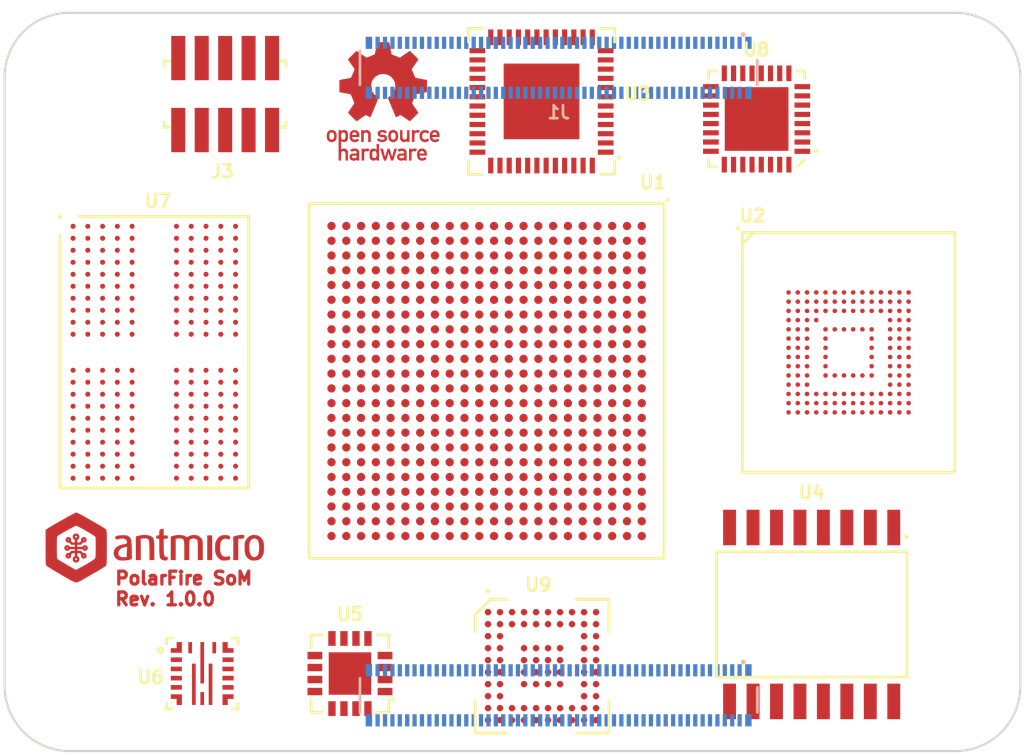
<source format=kicad_pcb>
(kicad_pcb (version 20211014) (generator pcbnew)
  (layers (0 "F.Cu" signal) (31 "B.Cu" signal) (34 "B.Paste" user) (35 "F.Paste" user) (36 "B.SilkS" user "B.Silkscreen") (37 "F.SilkS" user "F.Silkscreen") (38 "B.Mask" user) (39 "F.Mask" user) (44 "Edge.Cuts" user))
  (net 0 "")
  (net 1 "GND")
  (net 2 "ETH_ TXRXP_D")
  (net 3 "ETH_ TXRXP_B")
  (net 4 "ETH_ TXRXM_D")
  (net 5 "ETH_TXRXM_B")
  (net 6 "ETH_ TXRXM_C")
  (net 7 "ETH_TXRXM_A")
  (net 8 "ETH_TXRXP_C")
  (net 9 "ETH_TXRXP_A")
  (net 10 "ETH_LED1")
  (net 12 "ETH_LED2")
  (net 13 "KZ901")
  (net 17 "GPIO26")
  (net 18 "GPIO21")
  (net 19 "GPIO19")
  (net 20 "GPIO20")
  (net 21 "GPIO13")
  (net 22 "GPIO16")
  (net 23 "GPIO6")
  (net 24 "GPIO12")
  (net 25 "GPIO5")
  (net 26 "ID_SC")
  (net 27 "ID_SD")
  (net 28 "GPIO7")
  (net 29 "GPIO11")
  (net 30 "GPIO8")
  (net 31 "GPIO9")
  (net 32 "GPIO25")
  (net 33 "GPIO10")
  (net 34 "GPIO24")
  (net 35 "GPIO22")
  (net 36 "GPIO23")
  (net 37 "GPIO27")
  (net 38 "GPIO18")
  (net 39 "GPIO17")
  (net 40 "GPIO15")
  (net 41 "GPIO4")
  (net 42 "GPIO14")
  (net 43 "GPIO3")
  (net 44 "SD_CLK")
  (net 45 "GPIO2")
  (net 46 "SD_DAT3")
  (net 47 "SD_CMD")
  (net 48 "SD_DAT0")
  (net 49 "SD_DAT5")
  (net 51 "SD_DAT1")
  (net 52 "SD_DAT4")
  (net 53 "SD_DAT2")
  (net 54 "SD_DAT7")
  (net 55 "SD_DAT6")
  (net 56 "SD_VDD_OVERRIDE")
  (net 57 "SD_PWR_ON")
  (net 62 "SCL0")
  (net 64 "SDA0")
  (net 82 "USB_OTG_ID")
  (net 84 "USB_N")
  (net 86 "USB_P")
  (net 88 "PCIe_nRST")
  (net 89 "PCIe_CLK_P")
  (net 91 "PCIe_CLK_N")
  (net 92 "CAM1_D0_N")
  (net 93 "PCIe_RX1_P")
  (net 94 "CAM1_D0_P")
  (net 95 "PCIe_RX1_N")
  (net 96 "CAM1_D1_N")
  (net 97 "PCIe_TX1_P")
  (net 98 "CAM1_D1_P")
  (net 99 "PCIe_TX1_N")
  (net 100 "CAM1_C_N")
  (net 101 "CAM0_D0_N")
  (net 102 "CAM1_C_P")
  (net 103 "CAM0_D0_P")
  (net 104 "CAM1_D2_N")
  (net 105 "CAM0_D1_N")
  (net 106 "CAM1_D2_P")
  (net 107 "CAM0_D1_P")
  (net 108 "CAM1_D3_N")
  (net 109 "CAM0_C_N")
  (net 110 "CAM1_D3_P")
  (net 111 "CAM0_C_P")
  (net 115 "PCIe_TX2_P")
  (net 117 "PCIe_TX2_N")
  (net 119 "HDMI0_CEC")
  (net 120 "PCIe_RX2_P")
  (net 121 "HDMI0_HOTPLUG")
  (net 122 "PCIe_RX2_N")
  (net 123 "PCIe_RX3_N")
  (net 124 "PCIe_TX3_P")
  (net 125 "PCIe_RX3_P")
  (net 126 "PCIe_TX3_N")
  (net 127 "PCIe_TX4_N")
  (net 128 "PCIe_RX4_P")
  (net 129 "PCIe_TX4_P")
  (net 130 "PCIe_RX4_N")
  (net 131 "DSI0_C_N")
  (net 132 "HDMI0_TX2_P")
  (net 133 "DSI0_C_P")
  (net 134 "HDMI0_TX2_N")
  (net 135 "DSI1_D0_N")
  (net 136 "HDMI0_TX1_P")
  (net 137 "DSI1_D0_P")
  (net 138 "HDMI0_TX1_N")
  (net 139 "DSI1_D1_N")
  (net 140 "HDMI0_TX0_P")
  (net 141 "DSI1_D1_P")
  (net 142 "HDMI0_TX0_N")
  (net 143 "DSI1_C_N")
  (net 144 "HDMI0_CLK_P")
  (net 145 "DSI1_C_P")
  (net 146 "HDMI0_CLK_N")
  (net 149 "DSI1_D2_N")
  (net 150 "DSI1_D3_N")
  (net 151 "DSI1_D2_P")
  (net 152 "DSI1_D3_P")
  (net 155 "HDMI0_SDA")
  (net 156 "HDMI0_SCL")
  (net 159 "JTAG_TMS")
  (net 160 "JTAG_TCK")
  (net 161 "JTAG_TDO")
  (net 162 "JTAG_TDI")
  (net 163 "JTAG_RESET_n")
  (net 164 "Net-(U1-PadA1)")
  (net 168 "Net-(U1-PadA19)")
  (net 179 "/LPDDR4/LPDDR4_DQ3")
  (net 180 "/LPDDR4/LPDDR4_DQS0_P")
  (net 181 "/LPDDR4/LPDDR4_DQS0_N")
  (net 182 "/LPDDR4/LPDDR4_DQ5")
  (net 183 "/LPDDR4/LPDDR4_DQ11")
  (net 184 "/LPDDR4/LPDDR4_DMI1")
  (net 185 "/LPDDR4/LPDDR4_DQ15")
  (net 186 "Net-(U1-PadAA9)")
  (net 187 "/LPDDR4/LPDDR4_DQS2_N")
  (net 188 "/LPDDR4/LPDDR4_DQS2_P")
  (net 195 "Net-(U1-PadAA19)")
  (net 199 "/LPDDR4/LPDDR4_DQ6")
  (net 200 "/LPDDR4/LPDDR4_DQ7")
  (net 201 "/LPDDR4/LPDDR4_DMI0")
  (net 202 "/LPDDR4/LPDDR4_DQ10")
  (net 203 "/LPDDR4/LPDDR4_DQ12")
  (net 204 "/LPDDR4/LPDDR4_DQ13")
  (net 205 "/LPDDR4/LPDDR4_DQ18")
  (net 206 "/LPDDR4/LPDDR4_DQ19")
  (net 234 "Net-(U1-PadC3)")
  (net 245 "USB_DATA_4")
  (net 246 "USB_DATA_5")
  (net 259 "USB_DATA_1")
  (net 263 "SC_SPI_SCK")
  (net 264 "Net-(U1-PadE7)")
  (net 272 "USB_DIR")
  (net 273 "USB_DATA_0")
  (net 274 "USB_DATA_7")
  (net 275 "USB_DATA_3")
  (net 276 "USB_DATA_6")
  (net 277 "SC_SPI_MOSI")
  (net 279 "PAC1934_SCL")
  (net 280 "PAC1934_SDA")
  (net 283 "USB_NXT")
  (net 284 "USB_DATA_2")
  (net 285 "USB_CLK")
  (net 286 "USB_STP")
  (net 287 "SC_SPI_SS")
  (net 292 "Net-(U1-PadG21)")
  (net 295 "Net-(U1-PadH8)")
  (net 297 "SC_SPI_MISO")
  (net 299 "Net-(U1-PadH14)")
  (net 300 "Net-(U1-PadH18)")
  (net 302 "Net-(U1-PadJ5)")
  (net 303 "Net-(U1-PadJ15)")
  (net 304 "Net-(U1-PadJ18)")
  (net 307 "/LPDDR4/LPDDR4_CKE0_A")
  (net 312 "Net-(U1-PadK8)")
  (net 313 "Net-(U1-PadK18)")
  (net 314 "/LPDDR4/LPDDR4_ODT_CA_A")
  (net 315 "/LPDDR4/LPDDR4_RESET_n")
  (net 316 "/LPDDR4/LPDDR4_CS0_A")
  (net 317 "MSS_SGMII_RX0_P")
  (net 318 "MSS_SGMII_RX0_N")
  (net 325 "Net-(U1-PadM6)")
  (net 327 "Net-(U1-PadM10)")
  (net 332 "MSS_SGMII_TX0_N")
  (net 333 "MSS_SGMII_TX0_P")
  (net 343 "/LPDDR4/LPDDR4_DQ31")
  (net 344 "Net-(U1-PadP10)")
  (net 348 "/LPDDR4/LPDDR4_CA5_A")
  (net 349 "/LPDDR4/LPDDR4_CA4_A")
  (net 350 "/LPDDR4/LPDDR4_DQ30")
  (net 351 "/LPDDR4/LPDDR4_DQ29")
  (net 352 "/LPDDR4/LPDDR4_DQ28")
  (net 360 "/LPDDR4/LPDDR4_CA0_A")
  (net 361 "/LPDDR4/LPDDR4_CA1_A")
  (net 363 "/LPDDR4/LPDDR4_DQ25")
  (net 364 "/LPDDR4/LPDDR4_DMI3")
  (net 365 "/LPDDR4/LPDDR4_DQ26")
  (net 373 "/LPDDR4/LPDDR4_CK_C_A")
  (net 374 "/LPDDR4/LPDDR4_CK_T_A")
  (net 376 "/LPDDR4/LPDDR4_DQ24")
  (net 377 "/LPDDR4/LPDDR4_DQS3_P")
  (net 378 "/LPDDR4/LPDDR4_DQ27")
  (net 390 "/LPDDR4/LPDDR4_CA3_A")
  (net 391 "/LPDDR4/LPDDR4_CA2_A")
  (net 392 "/LPDDR4/LPDDR4_DQS3_N")
  (net 393 "/LPDDR4/LPDDR4_DQ21")
  (net 394 "/LPDDR4/LPDDR4_DQ20")
  (net 408 "/LPDDR4/LPDDR4_DQS1_N")
  (net 409 "/LPDDR4/LPDDR4_DQ9")
  (net 410 "/LPDDR4/LPDDR4_DQ8")
  (net 411 "/LPDDR4/LPDDR4_DQ17")
  (net 412 "/LPDDR4/LPDDR4_DQ23")
  (net 422 "/LPDDR4/LPDDR4_DQ2")
  (net 423 "/LPDDR4/LPDDR4_DQ0")
  (net 424 "/LPDDR4/LPDDR4_DQ1")
  (net 425 "/LPDDR4/LPDDR4_DQ4")
  (net 426 "/LPDDR4/LPDDR4_DQS1_P")
  (net 427 "/LPDDR4/LPDDR4_DQ14")
  (net 428 "/LPDDR4/LPDDR4_DQ16")
  (net 429 "/LPDDR4/LPDDR4_DMI2")
  (net 430 "/LPDDR4/LPDDR4_DQ22")
  (net 439 "Net-(U2-PadA6)")
  (net 441 "Net-(U2-PadC4)")
  (net 442 "Net-(U2-PadC6)")
  (net 444 "Net-(U2-PadE6)")
  (net 452 "Net-(U3-Pad3)")
  (net 453 "Net-(U3-Pad24)")
  (net 455 "Net-(U3-Pad13)")
  (net 461 "Net-(U3-Pad19)")
  (net 527 "Net-(U7-PadA3)")
  (net 528 "Net-(U7-PadA4)")
  (net 531 "Net-(U7-PadA10)")
  (net 535 "Net-(U7-PadAA10)")
  (net 539 "Net-(U7-PadAB4)")
  (net 543 "Net-(U7-PadB3)")
  (net 545 "Net-(U7-PadF1)")
  (net 546 "Net-(U7-PadF12)")
  (net 556 "Net-(U8-Pad1)")
  (net 559 "Net-(U8-Pad16)")
  (net 562 "Net-(U8-Pad15)")
  (net 568 "Net-(U9-PadC1)")
  (net 581 "Net-(U9-PadE4)")
  (net 588 "Net-(U9-PadF5)")
  (net 589 "Net-(U9-PadF6)")
  (footprint "antmicro-footprints:QFN-16-1EP_4x4mm_P0.65mm" (layer "F.Cu") (at 116.4 78.2 180)
    (fp_text reference "U5")
    (fp_text value "PAC1934_QFN")
  )
  (footprint "antmicro-footprints:SOP2-16_7.5x10.3mm" (layer "F.Cu") (at 141.4 75 -90)
    (fp_text reference "U4")
    (fp_text value "MT25QL01GBBB8E_SOP2-16")
  )
  (footprint "antmicro-footprints:VQFN-HR-18_3.5x3.5x1mm" (layer "F.Cu") (at 108.4 78.2)
    (fp_text reference "U6")
    (fp_text value "TPS65296")
  )
  (footprint "antmicro-footprints:PinHeader_2x5_P1.27mm_SMD" (layer "F.Cu") (at 109.6 46.8 180)
    (fp_text reference "J3")
    (fp_text value "PinHeader_2x5_P1.27mm_SMD")
  )
  (footprint "antmicro-footprints:MP_NPTH_Drill2.5mm" (layer "F.Cu") (at 149.2 45.9)
    (fp_text reference "MP4" hide)
    (fp_text value "MP_NPTH_Drill2.5mm")
  )
  (footprint "antmicro-footprints:MP_NPTH_Drill2.5mm" (layer "F.Cu") (at 149.19677 78.89677)
    (fp_text reference "MP3" hide)
    (fp_text value "MP_NPTH_Drill2.5mm")
  )
  (footprint "clipboard:61448393-44bc-47de-89ad-2a00aa9ffb47" (layer "F.Cu") (at 97.7 62.4)
    (fp_text reference "")
    (fp_text value "")
    (fp_line (start 3.5 20) (end 51.5 20) (layer "Edge.Cuts") (width 0.12))
    (fp_line (start 3.5 -20) (end 51.5 -20) (layer "Edge.Cuts") (width 0.12))
    (fp_line (start 0 -16.5) (end 0 16.5) (layer "Edge.Cuts") (width 0.12))
    (fp_line (start 55 -16.5) (end 55 16.5) (layer "Edge.Cuts") (width 0.12))
    (fp_arc (start 51.5 -20) (mid 53.974581 -18.974581) (end 55 -16.5) (layer "Edge.Cuts") (width 0.12))
    (fp_arc (start 55 16.5) (mid 53.973929 18.973929) (end 51.5 20) (layer "Edge.Cuts") (width 0.12))
    (fp_arc (start 0 -16.5) (mid 1.022204 -18.977796) (end 3.5 -20) (layer "Edge.Cuts") (width 0.12))
    (fp_arc (start 3.5 20) (mid 1.029282 18.970718) (end 0 16.5) (layer "Edge.Cuts") (width 0.12))
  )
  (footprint "antmicro-footprints:antmicro-logo_scaled_12mm" (layer "F.Cu") (at 105.8 71.4)
    (fp_text reference "N1" hide)
    (fp_text value "antmicro_logo" hide)
  )
  (footprint "antmicro-footprints:QFN-32-1EP_5x5mm" (layer "F.Cu") (at 138.4 48.2 180)
    (fp_text reference "U8")
    (fp_text value "USB3300-EZK-TR")
  )
  (footprint "antmicro-footprints:BGA-196-153_11.5x13mm_Layout14x14_P0.5x0.5mm" (layer "F.Cu") (at 143.4 60.8)
    (fp_text reference "U2")
    (fp_text value "SDINBDG4-8G")
  )
  (footprint "antmicro-footprints:oshw-logo" (layer "F.Cu") (at 118.2 47.2)
    (fp_text reference "N2" hide)
    (fp_text value "oshw_logo" hide)
  )
  (footprint "antmicro-footprints:BGA-200_10.0x14.5mm_Layout12x22_P0.80x0.65mm" (layer "F.Cu") (at 105.8 60.8)
    (fp_text reference "U7")
    (fp_text value "MT53D512M32D2_WFBGA")
  )
  (footprint "antmicro-footprints:MP_NPTH_Drill2.5mm" (layer "F.Cu") (at 101.2 78.9)
    (fp_text reference "MP2" hide)
    (fp_text value "MP_NPTH_Drill2.5mm")
  )
  (footprint "antmicro-footprints:BGA-484_19x19mm_Layout22x22_P0.8mm_FCVG484" (layer "F.Cu") (at 123.8 62.35 -90)
    (fp_text reference "U1")
    (fp_text value "MPFS250T-FCVG484")
  )
  (footprint "antmicro-footprints:BGA-80_7x7mm_Layout10x10_P0.65mm" (layer "F.Cu") (at 126.8 77.8)
    (fp_text reference "U9")
    (fp_text value "CrossLink_LIF-MD6000-6JMG80I")
  )
  (footprint "antmicro-footprints:MP_NPTH_Drill2.5mm" (layer "F.Cu") (at 101.20103 45.90103)
    (fp_text reference "MP1" hide)
    (fp_text value "MP_NPTH_Drill2.5mm")
  )
  (footprint "antmicro-footprints:VQFN-48_7x7mm_P0.5mm_EP4.1x4.1mm" (layer "F.Cu") (at 126.773 47.2 180)
    (fp_text reference "U3")
    (fp_text value "DP83867ISRGZR")
  )
  (footprint "antmicro-footprints:CM4_Module_Conn_Plug_Hirose_DF40_2x50_DF40C-100DP-0.4V" (layer "B.Cu") (at 125.2 62.4 180)
    (fp_text reference "J1")
    (fp_text value "CM4_Plug_Module_Hirose_DF40_2x50_DF40C-100DP-0.4V_1")
  )
  (gr_text "PolarFire SoM\nRev. 1.0.0" (at 103.6 73.6) (layer "F.Cu") (effects (font (size 0.7 0.7) (thickness 0.175)) (justify left)))
)
</source>
